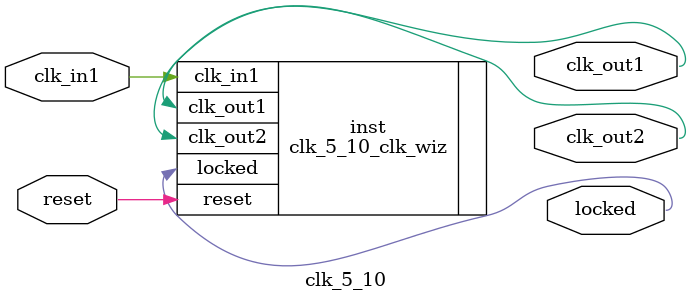
<source format=v>


`timescale 1ps/1ps

(* CORE_GENERATION_INFO = "clk_5_10,clk_wiz_v6_0_2_0_0,{component_name=clk_5_10,use_phase_alignment=true,use_min_o_jitter=false,use_max_i_jitter=false,use_dyn_phase_shift=false,use_inclk_switchover=false,use_dyn_reconfig=false,enable_axi=0,feedback_source=FDBK_AUTO,PRIMITIVE=MMCM,num_out_clk=2,clkin1_period=10.000,clkin2_period=10.000,use_power_down=false,use_reset=true,use_locked=true,use_inclk_stopped=false,feedback_type=SINGLE,CLOCK_MGR_TYPE=NA,manual_override=false}" *)

module clk_5_10 
 (
  // Clock out ports
  output        clk_out1,
  output        clk_out2,
  // Status and control signals
  input         reset,
  output        locked,
 // Clock in ports
  input         clk_in1
 );

  clk_5_10_clk_wiz inst
  (
  // Clock out ports  
  .clk_out1(clk_out1),
  .clk_out2(clk_out2),
  // Status and control signals               
  .reset(reset), 
  .locked(locked),
 // Clock in ports
  .clk_in1(clk_in1)
  );

endmodule

</source>
